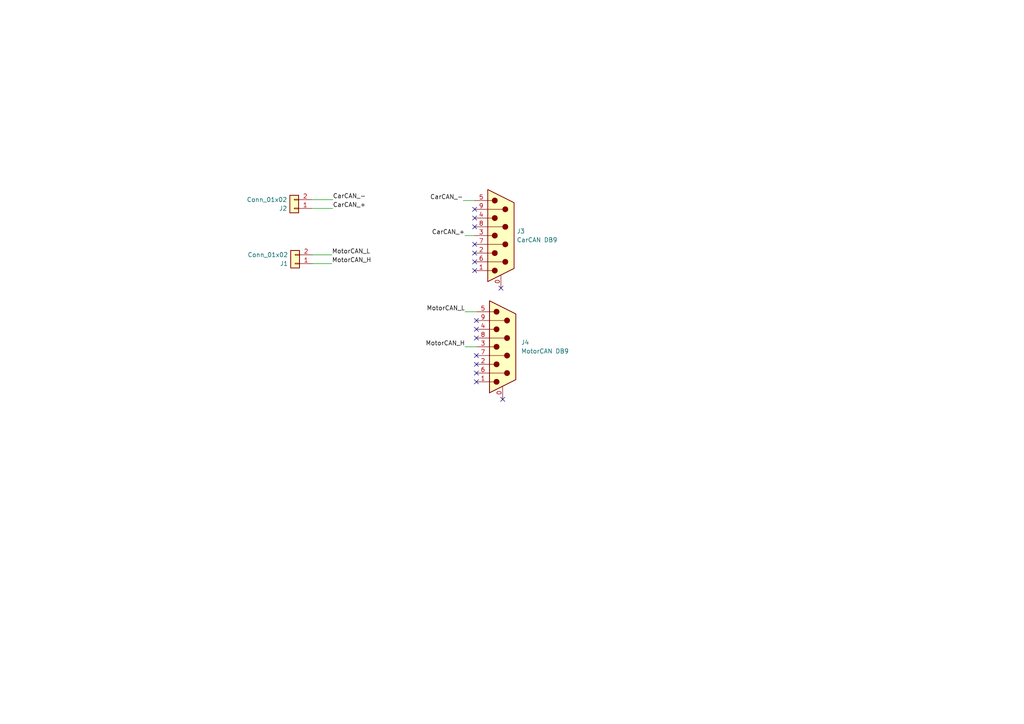
<source format=kicad_sch>
(kicad_sch (version 20231120) (generator "eeschema") (generator_version "8.0")
  (paper "A4")
  (lib_symbols
    (symbol "Connector:DE9_Plug_MountingHoles" (pin_names (offset 1.016) hide)
      (property "Reference" "J" (at 0 16.51 0))
      (property "Value" "DE9_Plug_MountingHoles" (at 0 14.605 0))
      (symbol "DE9_Plug_MountingHoles_0_1"
        (circle (center -1.778 -10.16) (radius 0.762) (fill (type outline)))
        (circle (center -1.778 -5.08) (radius 0.762) (fill (type outline)))
        (circle (center -1.778 0) (radius 0.762) (fill (type outline)))
        (circle (center -1.778 5.08) (radius 0.762) (fill (type outline)))
        (circle (center -1.778 10.16) (radius 0.762) (fill (type outline)))
        (polyline (pts (xy -3.81 -10.16) (xy -2.54 -10.16)))
        (polyline (pts (xy -3.81 -7.62) (xy 0.508 -7.62)))
        (polyline (pts (xy -3.81 -5.08) (xy -2.54 -5.08)))
        (polyline (pts (xy -3.81 -2.54) (xy 0.508 -2.54)))
        (polyline (pts (xy -3.81 0) (xy -2.54 0)))
        (polyline (pts (xy -3.81 2.54) (xy 0.508 2.54)))
        (polyline (pts (xy -3.81 5.08) (xy -2.54 5.08)))
        (polyline (pts (xy -3.81 7.62) (xy 0.508 7.62)))
        (polyline (pts (xy -3.81 10.16) (xy -2.54 10.16)))
        (polyline (pts (xy -3.81 -13.335) (xy -3.81 13.335) (xy 3.81 9.525) (xy 3.81 -9.525) (xy -3.81 -13.335)) (stroke (width 0.254)) (fill (type background)))
        (circle (center 1.27 -7.62) (radius 0.762) (fill (type outline)))
        (circle (center 1.27 -2.54) (radius 0.762) (fill (type outline)))
        (circle (center 1.27 2.54) (radius 0.762) (fill (type outline)))
        (circle (center 1.27 7.62) (radius 0.762) (fill (type outline)))
      )
      (symbol "DE9_Plug_MountingHoles_1_1"
        (pin passive line (at 0 -15.24 90) (length 3.81) (name "PAD") (number "0"))
        (pin passive line (at -7.62 -10.16 0) (length 3.81) (name "1") (number "1"))
        (pin passive line (at -7.62 -5.08 0) (length 3.81) (name "2") (number "2"))
        (pin passive line (at -7.62 0 0) (length 3.81) (name "3") (number "3"))
        (pin passive line (at -7.62 5.08 0) (length 3.81) (name "4") (number "4"))
        (pin passive line (at -7.62 10.16 0) (length 3.81) (name "5") (number "5"))
        (pin passive line (at -7.62 -7.62 0) (length 3.81) (name "6") (number "6"))
        (pin passive line (at -7.62 -2.54 0) (length 3.81) (name "7") (number "7"))
        (pin passive line (at -7.62 2.54 0) (length 3.81) (name "8") (number "8"))
        (pin passive line (at -7.62 7.62 0) (length 3.81) (name "9") (number "9"))
      )
    )
    (symbol "Connector_Generic:Conn_01x02" (pin_names (offset 1.016) hide)
      (property "Reference" "J" (at 0 2.54 0))
      (property "Value" "Conn_01x02" (at 0 -5.08 0))
      (symbol "Conn_01x02_1_1"
        (rectangle (start -1.27 -2.413) (end 0 -2.667) (stroke (width 0.1524)))
        (rectangle (start -1.27 0.127) (end 0 -0.127) (stroke (width 0.1524)))
        (rectangle (start -1.27 1.27) (end 1.27 -3.81) (stroke (width 0.254)) (fill (type background)))
        (pin passive line (at -5.08 0 0) (length 3.81) (name "Pin_1") (number "1"))
        (pin passive line (at -5.08 -2.54 0) (length 3.81) (name "Pin_2") (number "2"))
      )
    )
  )
  (no_connect (at 137.668 78.486))
  (no_connect (at 138.176 110.744))
  (no_connect (at 145.288 83.566))
  (no_connect (at 138.176 108.204))
  (no_connect (at 137.668 65.786))
  (no_connect (at 138.176 103.124))
  (no_connect (at 137.668 73.406))
  (no_connect (at 137.668 70.866))
  (no_connect (at 138.176 92.964))
  (no_connect (at 137.668 63.246))
  (no_connect (at 137.668 75.946))
  (no_connect (at 138.176 95.504))
  (no_connect (at 145.796 115.824))
  (no_connect (at 138.176 98.044))
  (no_connect (at 138.176 105.664))
  (no_connect (at 137.668 60.706))
  (wire (pts (xy 90.424 57.912) (xy 96.52 57.912)))
  (wire (pts (xy 134.874 68.326) (xy 137.668 68.326)))
  (wire (pts (xy 90.678 73.914) (xy 96.266 73.914)))
  (wire (pts (xy 90.678 76.454) (xy 96.266 76.454)))
  (wire (pts (xy 134.874 100.584) (xy 138.176 100.584)))
  (wire (pts (xy 134.366 58.166) (xy 137.668 58.166)))
  (wire (pts (xy 134.874 90.424) (xy 138.176 90.424)))
  (wire (pts (xy 90.424 60.452) (xy 96.52 60.452)))
  (label "CarCAN_+" (at 134.874 68.326 180))
  (label "MotorCAN_H" (at 134.874 100.584 180))
  (label "MotorCAN_H" (at 96.266 76.454 0))
  (label "CarCAN_-" (at 96.52 57.912 0))
  (label "CarCAN_-" (at 134.366 58.166 180))
  (label "CarCAN_+" (at 96.52 60.452 0))
  (label "MotorCAN_L" (at 96.266 73.914 0))
  (label "MotorCAN_L" (at 134.874 90.424 180))
  (symbol (lib_id "Connector:DE9_Plug_MountingHoles") (at 145.796 100.584 0) (unit 1)
    (property "Reference" "J4" (at 151.13 99.3139 0) (effects (justify left)))
    (property "Value" "MotorCAN DB9" (at 151.13 101.8539 0) (effects (justify left)))
    (property "Footprint" "DB-9 Connector:AMPHENOL_L77SDE09SA4CH3R" (effects (hide yes)))
    (property "Datasheet" " ~" (effects (hide yes)))
    (property "Description" "9-pin male plug pin D-SUB connector, Mounting Hole" (effects (hide yes)))
  )
  (symbol (lib_id "Connector:DE9_Plug_MountingHoles") (at 145.288 68.326 0) (unit 1)
    (property "Reference" "J3" (at 149.86 67.0559 0) (effects (justify left)))
    (property "Value" "CarCAN DB9" (at 149.86 69.5959 0) (effects (justify left)))
    (property "Footprint" "DB-9 Connector:AMPHENOL_L77SDE09SA4CH3R" (effects (hide yes)))
    (property "Datasheet" " ~" (effects (hide yes)))
    (property "Description" "9-pin male plug pin D-SUB connector, Mounting Hole" (effects (hide yes)))
  )
  (symbol (lib_id "Connector_Generic:Conn_01x02") (at 85.598 76.454 180) (unit 1)
    (property "Reference" "J1" (at 83.566 76.4541 0) (effects (justify left)))
    (property "Value" "Conn_01x02" (at 83.566 73.9141 0) (effects (justify left)))
    (property "Footprint" "Connector_Molex:Molex_Micro-Fit_3.0_43650-0215_1x02_P3.00mm_Vertical" (effects (hide yes)))
    (property "Description" "Generic connector, single row, 01x02, script generated (kicad-library-utils/schlib/autogen/connector/)" (effects (hide yes)))
  )
  (symbol (lib_id "Connector_Generic:Conn_01x02") (at 85.344 60.452 180) (unit 1)
    (property "Reference" "J2" (at 83.312 60.4521 0) (effects (justify left)))
    (property "Value" "Conn_01x02" (at 83.312 57.9121 0) (effects (justify left)))
    (property "Footprint" "Connector_Molex:Molex_Micro-Fit_3.0_43650-0215_1x02_P3.00mm_Vertical" (effects (hide yes)))
    (property "Description" "Generic connector, single row, 01x02, script generated (kicad-library-utils/schlib/autogen/connector/)" (effects (hide yes)))
  )
)
</source>
